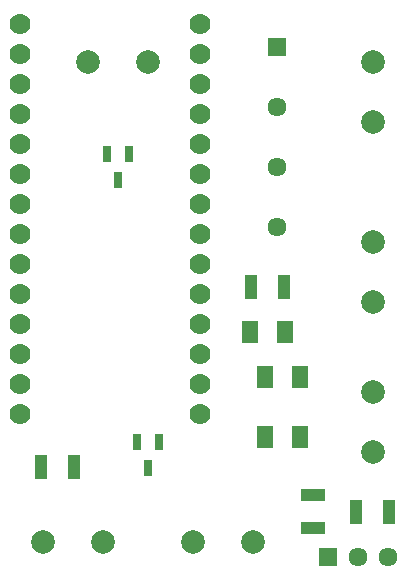
<source format=gts>
G75*
%MOIN*%
%OFA0B0*%
%FSLAX25Y25*%
%IPPOS*%
%LPD*%
%AMOC8*
5,1,8,0,0,1.08239X$1,22.5*
%
%ADD10R,0.04400X0.07900*%
%ADD11C,0.07924*%
%ADD12R,0.07900X0.04400*%
%ADD13R,0.06350X0.06350*%
%ADD14C,0.06350*%
%ADD15R,0.05200X0.07700*%
%ADD16C,0.07000*%
%ADD17R,0.02900X0.05400*%
D10*
X0020500Y0046000D03*
X0031500Y0046000D03*
X0090500Y0106000D03*
X0101500Y0106000D03*
X0125500Y0031000D03*
X0136500Y0031000D03*
D11*
X0021000Y0021000D03*
X0041000Y0021000D03*
X0071000Y0021000D03*
X0091000Y0021000D03*
X0131000Y0051000D03*
X0131000Y0071000D03*
X0131000Y0101000D03*
X0131000Y0121000D03*
X0131000Y0161000D03*
X0131000Y0181000D03*
X0056000Y0181000D03*
X0036000Y0181000D03*
D12*
X0111000Y0036500D03*
X0111000Y0025500D03*
D13*
X0116000Y0016000D03*
X0099000Y0186000D03*
D14*
X0099000Y0166000D03*
X0099000Y0146000D03*
X0099000Y0126000D03*
X0126000Y0016000D03*
X0136000Y0016000D03*
D15*
X0106800Y0056000D03*
X0095200Y0056000D03*
X0095200Y0076000D03*
X0106800Y0076000D03*
X0101800Y0091000D03*
X0090200Y0091000D03*
D16*
X0073500Y0093500D03*
X0073500Y0083500D03*
X0073500Y0073500D03*
X0073500Y0063500D03*
X0073500Y0103500D03*
X0073500Y0113500D03*
X0073500Y0123500D03*
X0073500Y0133500D03*
X0073500Y0143500D03*
X0073500Y0153500D03*
X0073500Y0163500D03*
X0073500Y0173500D03*
X0073500Y0183500D03*
X0073500Y0193500D03*
X0013500Y0193500D03*
X0013500Y0183500D03*
X0013500Y0173500D03*
X0013500Y0163500D03*
X0013500Y0153500D03*
X0013500Y0143500D03*
X0013500Y0133500D03*
X0013500Y0123500D03*
X0013500Y0113500D03*
X0013500Y0103500D03*
X0013500Y0093500D03*
X0013500Y0083500D03*
X0013500Y0073500D03*
X0013500Y0063500D03*
D17*
X0052300Y0054300D03*
X0056000Y0045700D03*
X0059700Y0054300D03*
X0046000Y0141700D03*
X0042300Y0150300D03*
X0049700Y0150300D03*
M02*

</source>
